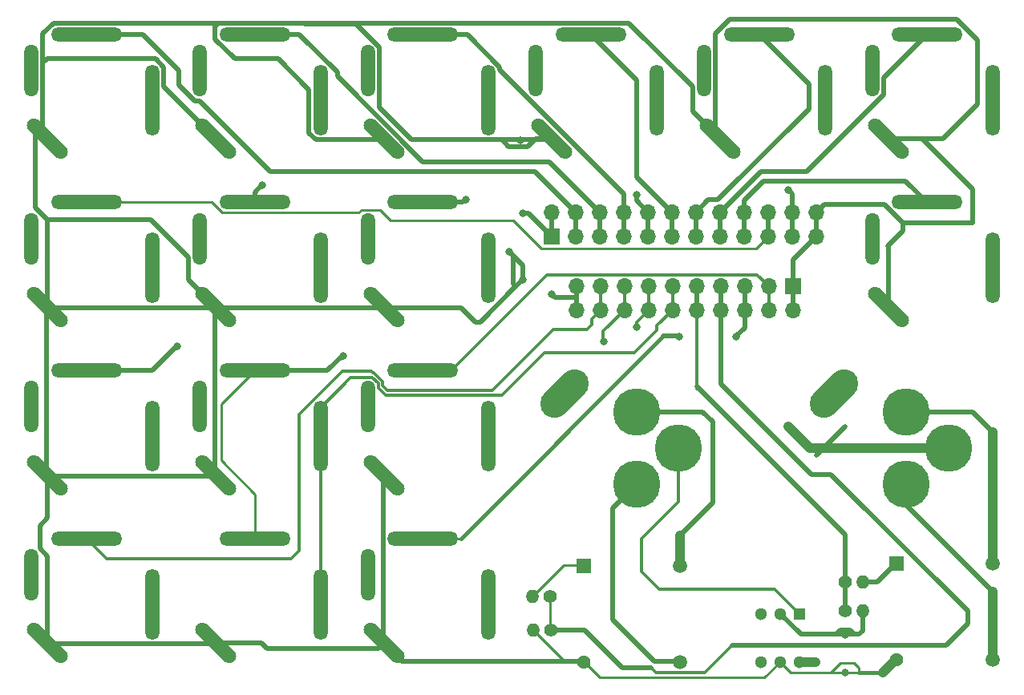
<source format=gbr>
%TF.GenerationSoftware,KiCad,Pcbnew,(6.0.6)*%
%TF.CreationDate,2022-09-20T12:49:51+02:00*%
%TF.ProjectId,Ausgangsstufe,41757367-616e-4677-9373-747566652e6b,rev?*%
%TF.SameCoordinates,Original*%
%TF.FileFunction,Copper,L2,Bot*%
%TF.FilePolarity,Positive*%
%FSLAX46Y46*%
G04 Gerber Fmt 4.6, Leading zero omitted, Abs format (unit mm)*
G04 Created by KiCad (PCBNEW (6.0.6)) date 2022-09-20 12:49:51*
%MOMM*%
%LPD*%
G01*
G04 APERTURE LIST*
G04 Aperture macros list*
%AMHorizOval*
0 Thick line with rounded ends*
0 $1 width*
0 $2 $3 position (X,Y) of the first rounded end (center of the circle)*
0 $4 $5 position (X,Y) of the second rounded end (center of the circle)*
0 Add line between two ends*
20,1,$1,$2,$3,$4,$5,0*
0 Add two circle primitives to create the rounded ends*
1,1,$1,$2,$3*
1,1,$1,$4,$5*%
G04 Aperture macros list end*
%TA.AperFunction,ComponentPad*%
%ADD10C,1.400000*%
%TD*%
%TA.AperFunction,ComponentPad*%
%ADD11O,1.400000X1.400000*%
%TD*%
%TA.AperFunction,ComponentPad*%
%ADD12HorizOval,3.000000X-1.060660X-1.060660X1.060660X1.060660X0*%
%TD*%
%TA.AperFunction,ComponentPad*%
%ADD13C,5.000000*%
%TD*%
%TA.AperFunction,ComponentPad*%
%ADD14HorizOval,1.500000X-1.414214X1.414214X1.414214X-1.414214X0*%
%TD*%
%TA.AperFunction,ComponentPad*%
%ADD15O,1.500000X7.500000*%
%TD*%
%TA.AperFunction,ComponentPad*%
%ADD16O,7.500000X1.500000*%
%TD*%
%TA.AperFunction,ComponentPad*%
%ADD17O,1.500000X5.500000*%
%TD*%
%TA.AperFunction,ComponentPad*%
%ADD18R,1.300000X1.300000*%
%TD*%
%TA.AperFunction,ComponentPad*%
%ADD19C,1.300000*%
%TD*%
%TA.AperFunction,ComponentPad*%
%ADD20R,1.700000X1.700000*%
%TD*%
%TA.AperFunction,ComponentPad*%
%ADD21O,1.700000X1.700000*%
%TD*%
%TA.AperFunction,ComponentPad*%
%ADD22R,1.520000X1.520000*%
%TD*%
%TA.AperFunction,ComponentPad*%
%ADD23C,1.436840*%
%TD*%
%TA.AperFunction,ComponentPad*%
%ADD24C,1.520000*%
%TD*%
%TA.AperFunction,ViaPad*%
%ADD25C,0.800000*%
%TD*%
%TA.AperFunction,Conductor*%
%ADD26C,0.300000*%
%TD*%
%TA.AperFunction,Conductor*%
%ADD27C,0.500000*%
%TD*%
%TA.AperFunction,Conductor*%
%ADD28C,0.250000*%
%TD*%
%TA.AperFunction,Conductor*%
%ADD29C,1.000000*%
%TD*%
%TA.AperFunction,Conductor*%
%ADD30C,0.400000*%
%TD*%
G04 APERTURE END LIST*
D10*
%TO.P,R404,1*%
%TO.N,Main L*%
X208738500Y-80500000D03*
D11*
%TO.P,R404,2*%
%TO.N,Net-(R404-Pad2)*%
X210638500Y-80500000D03*
%TD*%
D10*
%TO.P,R403,1*%
%TO.N,Main R*%
X177643500Y-82000000D03*
D11*
%TO.P,R403,2*%
%TO.N,Net-(R403-Pad2)*%
X175743500Y-82000000D03*
%TD*%
D10*
%TO.P,R402,1*%
%TO.N,Main L*%
X208738500Y-83500000D03*
D11*
%TO.P,R402,2*%
%TO.N,GND*%
X210638500Y-83500000D03*
%TD*%
D10*
%TO.P,R401,1*%
%TO.N,Main R*%
X177738500Y-85500000D03*
D11*
%TO.P,R401,2*%
%TO.N,GND*%
X175838500Y-85500000D03*
%TD*%
D12*
%TO.P,J414,*%
%TO.N,*%
X207618500Y-60595000D03*
D13*
%TO.P,J414,1*%
%TO.N,Net-(J414-Pad1)*%
X215238500Y-70120000D03*
%TO.P,J414,2*%
%TO.N,Net-(J414-Pad2)*%
X215238500Y-62500000D03*
%TO.P,J414,3*%
%TO.N,Net-(J414-Pad3)*%
X219688500Y-66310000D03*
%TD*%
D14*
%TO.P,J420,1*%
%TO.N,GND*%
X124568500Y-86920000D03*
D15*
%TO.P,J420,3*%
%TO.N,N/C*%
X135618500Y-82810000D03*
D16*
%TO.P,J420,4*%
%TO.N,Rec L*%
X128678500Y-75870000D03*
D17*
%TO.P,J420,5*%
%TO.N,N/C*%
X122858500Y-79710000D03*
%TD*%
D14*
%TO.P,J405,1*%
%TO.N,GND*%
X160068500Y-51420000D03*
D15*
%TO.P,J405,3*%
%TO.N,N/C*%
X171118500Y-47310000D03*
D16*
%TO.P,J405,4*%
%TO.N,CH4*%
X164178500Y-40370000D03*
D17*
%TO.P,J405,5*%
%TO.N,N/C*%
X158358500Y-44210000D03*
%TD*%
D14*
%TO.P,J415,1*%
%TO.N,GND*%
X160068500Y-69170000D03*
D15*
%TO.P,J415,3*%
%TO.N,N/C*%
X171118500Y-65060000D03*
D16*
%TO.P,J415,4*%
%TO.N,Klinke R *%
X164178500Y-58120000D03*
D17*
%TO.P,J415,5*%
%TO.N,N/C*%
X158358500Y-61960000D03*
%TD*%
D14*
%TO.P,J408,1*%
%TO.N,GND*%
X213318500Y-33670000D03*
D15*
%TO.P,J408,3*%
%TO.N,N/C*%
X224368500Y-29560000D03*
D16*
%TO.P,J408,4*%
%TO.N,CH7*%
X217428500Y-22620000D03*
D17*
%TO.P,J408,5*%
%TO.N,N/C*%
X211608500Y-26460000D03*
%TD*%
D14*
%TO.P,J417,1*%
%TO.N,GND*%
X124568500Y-69170000D03*
D15*
%TO.P,J417,3*%
%TO.N,N/C*%
X135618500Y-65060000D03*
D16*
%TO.P,J417,4*%
%TO.N,Rec R*%
X128678500Y-58120000D03*
D17*
%TO.P,J417,5*%
%TO.N,N/C*%
X122858500Y-61960000D03*
%TD*%
D14*
%TO.P,J409,1*%
%TO.N,GND*%
X213318500Y-51420000D03*
D15*
%TO.P,J409,3*%
%TO.N,N/C*%
X224368500Y-47310000D03*
D16*
%TO.P,J409,4*%
%TO.N,CH8*%
X217428500Y-40370000D03*
D17*
%TO.P,J409,5*%
%TO.N,N/C*%
X211608500Y-44210000D03*
%TD*%
D14*
%TO.P,J419,1*%
%TO.N,GND*%
X142318500Y-86920000D03*
D15*
%TO.P,J419,3*%
%TO.N,Kopfh\u00F6rer L*%
X153368500Y-82810000D03*
D16*
%TO.P,J419,4*%
%TO.N,Kopfh\u00F6rer R*%
X146428500Y-75870000D03*
%TD*%
D14*
%TO.P,J403,1*%
%TO.N,GND*%
X142318500Y-33670000D03*
D15*
%TO.P,J403,3*%
%TO.N,N/C*%
X153368500Y-29560000D03*
D16*
%TO.P,J403,4*%
%TO.N,CH2*%
X146428500Y-22620000D03*
D17*
%TO.P,J403,5*%
%TO.N,N/C*%
X140608500Y-26460000D03*
%TD*%
D14*
%TO.P,J404,1*%
%TO.N,GND*%
X160068500Y-33670000D03*
D15*
%TO.P,J404,3*%
%TO.N,N/C*%
X171118500Y-29560000D03*
D16*
%TO.P,J404,4*%
%TO.N,CH3*%
X164178500Y-22620000D03*
D17*
%TO.P,J404,5*%
%TO.N,N/C*%
X158358500Y-26460000D03*
%TD*%
D14*
%TO.P,J416,1*%
%TO.N,GND*%
X160068500Y-86920000D03*
D15*
%TO.P,J416,3*%
%TO.N,N/C*%
X171118500Y-82810000D03*
D16*
%TO.P,J416,4*%
%TO.N,Klinke L*%
X164178500Y-75870000D03*
D17*
%TO.P,J416,5*%
%TO.N,N/C*%
X158358500Y-79710000D03*
%TD*%
D14*
%TO.P,J418,1*%
%TO.N,GND*%
X142318500Y-69170000D03*
D15*
%TO.P,J418,3*%
%TO.N,Kopfh\u00F6rer L*%
X153368500Y-65060000D03*
D16*
%TO.P,J418,4*%
%TO.N,Kopfh\u00F6rer R*%
X146428500Y-58120000D03*
D17*
%TO.P,J418,5*%
%TO.N,N/C*%
X140608500Y-61960000D03*
%TD*%
D14*
%TO.P,J407,1*%
%TO.N,GND*%
X195568500Y-33670000D03*
D15*
%TO.P,J407,3*%
%TO.N,N/C*%
X206618500Y-29560000D03*
D16*
%TO.P,J407,4*%
%TO.N,CH6*%
X199678500Y-22620000D03*
D17*
%TO.P,J407,5*%
%TO.N,N/C*%
X193858500Y-26460000D03*
%TD*%
D14*
%TO.P,J411,1*%
%TO.N,GND*%
X142318500Y-51420000D03*
D15*
%TO.P,J411,3*%
%TO.N,N/C*%
X153368500Y-47310000D03*
D16*
%TO.P,J411,4*%
%TO.N,CH10*%
X146428500Y-40370000D03*
D17*
%TO.P,J411,5*%
%TO.N,N/C*%
X140608500Y-44210000D03*
%TD*%
D18*
%TO.P,SW401,1,A*%
%TO.N,Net-(J413-Pad3)*%
X203918500Y-83820000D03*
D19*
%TO.P,SW401,2,B*%
%TO.N,GND*%
X201926500Y-83820000D03*
%TO.P,SW401,3,C*%
%TO.N,unconnected-(SW401-Pad3)*%
X199854500Y-83820000D03*
%TO.P,SW401,4,A*%
%TO.N,Net-(J414-Pad3)*%
X203918500Y-88900000D03*
%TO.P,SW401,5,B*%
%TO.N,GND*%
X201886500Y-88900000D03*
%TO.P,SW401,6,C*%
%TO.N,unconnected-(SW401-Pad6)*%
X199854500Y-88900000D03*
%TD*%
D12*
%TO.P,J413,*%
%TO.N,*%
X179118500Y-60595000D03*
D13*
%TO.P,J413,1*%
%TO.N,Net-(J413-Pad1)*%
X186738500Y-70120000D03*
%TO.P,J413,2*%
%TO.N,Net-(J413-Pad2)*%
X186738500Y-62500000D03*
%TO.P,J413,3*%
%TO.N,Net-(J413-Pad3)*%
X191188500Y-66310000D03*
%TD*%
D14*
%TO.P,J406,1*%
%TO.N,GND*%
X177818500Y-33670000D03*
D15*
%TO.P,J406,3*%
%TO.N,N/C*%
X188868500Y-29560000D03*
D16*
%TO.P,J406,4*%
%TO.N,CH5*%
X181928500Y-22620000D03*
D17*
%TO.P,J406,5*%
%TO.N,N/C*%
X176108500Y-26460000D03*
%TD*%
D14*
%TO.P,J402,1*%
%TO.N,GND*%
X124568500Y-33670000D03*
D15*
%TO.P,J402,3*%
%TO.N,N/C*%
X135618500Y-29560000D03*
D16*
%TO.P,J402,4*%
%TO.N,CH1*%
X128678500Y-22620000D03*
D17*
%TO.P,J402,5*%
%TO.N,N/C*%
X122858500Y-26460000D03*
%TD*%
D14*
%TO.P,J410,1*%
%TO.N,GND*%
X124568500Y-51420000D03*
D15*
%TO.P,J410,3*%
%TO.N,N/C*%
X135618500Y-47310000D03*
D16*
%TO.P,J410,4*%
%TO.N,CH9*%
X128678500Y-40370000D03*
D17*
%TO.P,J410,5*%
%TO.N,N/C*%
X122858500Y-44210000D03*
%TD*%
D20*
%TO.P,J412,1,Pin_1*%
%TO.N,GND*%
X203250000Y-49250000D03*
D21*
%TO.P,J412,2,Pin_2*%
X203250000Y-51790000D03*
%TO.P,J412,3,Pin_3*%
%TO.N,Klinke R *%
X200710000Y-49250000D03*
%TO.P,J412,4,Pin_4*%
X200710000Y-51790000D03*
%TO.P,J412,5,Pin_5*%
%TO.N,Klinke L*%
X198170000Y-49250000D03*
%TO.P,J412,6,Pin_6*%
X198170000Y-51790000D03*
%TO.P,J412,7,Pin_7*%
%TO.N,Main R*%
X195630000Y-49250000D03*
%TO.P,J412,8,Pin_8*%
X195630000Y-51790000D03*
%TO.P,J412,9,Pin_9*%
%TO.N,Main L*%
X193090000Y-49250000D03*
%TO.P,J412,10,Pin_10*%
X193090000Y-51790000D03*
%TO.P,J412,11,Pin_11*%
%TO.N,Kopfh\u00F6rer L*%
X190550000Y-49250000D03*
%TO.P,J412,12,Pin_12*%
X190550000Y-51790000D03*
%TO.P,J412,13,Pin_13*%
%TO.N,Kopfh\u00F6rer R*%
X188010000Y-49250000D03*
%TO.P,J412,14,Pin_14*%
X188010000Y-51790000D03*
%TO.P,J412,15,Pin_15*%
%TO.N,Rec R*%
X185470000Y-49250000D03*
%TO.P,J412,16,Pin_16*%
X185470000Y-51790000D03*
%TO.P,J412,17,Pin_17*%
%TO.N,Rec L*%
X182930000Y-49250000D03*
%TO.P,J412,18,Pin_18*%
X182930000Y-51790000D03*
%TO.P,J412,19,Pin_19*%
%TO.N,GND*%
X180390000Y-49250000D03*
%TO.P,J412,20,Pin_20*%
X180390000Y-51790000D03*
%TD*%
D22*
%TO.P,T104,1,AA*%
%TO.N,Net-(R403-Pad2)*%
X181192500Y-78735000D03*
D23*
%TO.P,T104,2,AB*%
%TO.N,GND*%
X181192500Y-88895000D03*
D24*
%TO.P,T104,3,SB*%
%TO.N,Net-(J413-Pad2)*%
X191352500Y-78735000D03*
%TO.P,T104,5,SA*%
%TO.N,Net-(J413-Pad1)*%
X191352500Y-88895000D03*
%TD*%
D22*
%TO.P,T402,1,AA*%
%TO.N,Net-(R404-Pad2)*%
X214202500Y-78495000D03*
D23*
%TO.P,T402,2,AB*%
%TO.N,GND*%
X214202500Y-88655000D03*
D24*
%TO.P,T402,3,SB*%
%TO.N,Net-(J414-Pad2)*%
X224362500Y-78495000D03*
%TO.P,T402,5,SA*%
%TO.N,Net-(J414-Pad1)*%
X224362500Y-88655000D03*
%TD*%
D20*
%TO.P,J401,1,Pin_1*%
%TO.N,GND*%
X177805000Y-44005000D03*
D21*
%TO.P,J401,2,Pin_2*%
X177805000Y-41465000D03*
%TO.P,J401,3,Pin_3*%
%TO.N,CH1*%
X180345000Y-44005000D03*
%TO.P,J401,4,Pin_4*%
X180345000Y-41465000D03*
%TO.P,J401,5,Pin_5*%
%TO.N,CH2*%
X182885000Y-44005000D03*
%TO.P,J401,6,Pin_6*%
X182885000Y-41465000D03*
%TO.P,J401,7,Pin_7*%
%TO.N,CH3*%
X185425000Y-44005000D03*
%TO.P,J401,8,Pin_8*%
X185425000Y-41465000D03*
%TO.P,J401,9,Pin_9*%
%TO.N,CH4*%
X187965000Y-44005000D03*
%TO.P,J401,10,Pin_10*%
X187965000Y-41465000D03*
%TO.P,J401,11,Pin_11*%
%TO.N,CH5*%
X190505000Y-44005000D03*
%TO.P,J401,12,Pin_12*%
X190505000Y-41465000D03*
%TO.P,J401,13,Pin_13*%
%TO.N,CH6*%
X193045000Y-44005000D03*
%TO.P,J401,14,Pin_14*%
X193045000Y-41465000D03*
%TO.P,J401,15,Pin_15*%
%TO.N,CH7*%
X195585000Y-44005000D03*
%TO.P,J401,16,Pin_16*%
X195585000Y-41465000D03*
%TO.P,J401,17,Pin_17*%
%TO.N,CH8*%
X198125000Y-44005000D03*
%TO.P,J401,18,Pin_18*%
X198125000Y-41465000D03*
%TO.P,J401,19,Pin_19*%
%TO.N,CH9*%
X200665000Y-44005000D03*
%TO.P,J401,20,Pin_20*%
X200665000Y-41465000D03*
%TO.P,J401,21,Pin_21*%
%TO.N,CH10*%
X203205000Y-44005000D03*
%TO.P,J401,22,Pin_22*%
X203205000Y-41465000D03*
%TO.P,J401,23,Pin_23*%
%TO.N,GND*%
X205745000Y-44005000D03*
%TO.P,J401,24,Pin_24*%
X205745000Y-41465000D03*
%TD*%
D25*
%TO.N,GND*%
X174755000Y-48555000D03*
X173255000Y-45555000D03*
X174515000Y-33815000D03*
X177755000Y-50055000D03*
X174755000Y-41555000D03*
%TO.N,Net-(J414-Pad3)*%
X202755000Y-64055000D03*
X205755000Y-88955000D03*
%TO.N,GND*%
X208755000Y-90055000D03*
X208755000Y-86055000D03*
%TO.N,Kopfh\u00F6rer R*%
X155755000Y-56555000D03*
%TO.N,Rec R*%
X138255000Y-55555000D03*
X183255000Y-55055000D03*
%TO.N,Kopfh\u00F6rer R*%
X186755000Y-53555000D03*
%TO.N,Klinke L*%
X197255000Y-54555000D03*
X191255000Y-54555000D03*
%TO.N,CH4*%
X168755000Y-40055000D03*
X186755000Y-39555000D03*
%TO.N,CH10*%
X202755000Y-39055000D03*
X147255000Y-38555000D03*
%TD*%
D26*
%TO.N,Kopfh\u00F6rer L*%
X190533500Y-49195000D02*
X190533500Y-51735000D01*
X190533500Y-51735000D02*
X188893467Y-53375033D01*
X188893467Y-53375033D02*
X188893467Y-53845033D01*
X186488500Y-56250000D02*
X176988500Y-56250000D01*
X176988500Y-56250000D02*
X172540500Y-60698000D01*
X159458500Y-59504365D02*
X158814135Y-58860000D01*
X158814135Y-58860000D02*
X156568500Y-58860000D01*
X188893467Y-53845033D02*
X186488500Y-56250000D01*
X172540500Y-60698000D02*
X160222500Y-60698000D01*
X160222500Y-60698000D02*
X159458500Y-59934000D01*
X159458500Y-59934000D02*
X159458500Y-59504365D01*
X156568500Y-58860000D02*
X153368500Y-62060000D01*
X153368500Y-62060000D02*
X153368500Y-65060000D01*
D27*
%TO.N,CH5*%
X181928500Y-22620000D02*
X186750000Y-27441500D01*
X186750000Y-27441500D02*
X186750000Y-37671500D01*
X190488500Y-41410000D02*
X190488500Y-43950000D01*
X186750000Y-37671500D02*
X190488500Y-41410000D01*
D28*
%TO.N,CH9*%
X128678500Y-40370000D02*
X141908220Y-40370000D01*
X160750000Y-42250000D02*
X173738500Y-42250000D01*
X141908220Y-40370000D02*
X142983220Y-41445000D01*
X142983220Y-41445000D02*
X157393500Y-41445000D01*
X176700500Y-45212000D02*
X199386500Y-45212000D01*
X157393500Y-41445000D02*
X157703500Y-41135000D01*
X157703500Y-41135000D02*
X159635000Y-41135000D01*
X159635000Y-41135000D02*
X160750000Y-42250000D01*
X173738500Y-42250000D02*
X176700500Y-45212000D01*
X199386500Y-45212000D02*
X200648500Y-43950000D01*
D27*
%TO.N,GND*%
X214861444Y-43377056D02*
X213238500Y-45000000D01*
X213318500Y-45080000D02*
X213318500Y-51420000D01*
X214861444Y-42500000D02*
X214861444Y-43377056D01*
X213238500Y-45000000D02*
X213318500Y-45080000D01*
X213318500Y-33670000D02*
X216908500Y-33670000D01*
X222238500Y-39000000D02*
X222238500Y-42500000D01*
X214861444Y-42500000D02*
X212921444Y-40560000D01*
X216908500Y-33670000D02*
X222238500Y-39000000D01*
X222238500Y-42500000D02*
X214861444Y-42500000D01*
X212921444Y-40560000D02*
X206578500Y-40560000D01*
X206578500Y-40560000D02*
X205728500Y-41410000D01*
X173738500Y-46000000D02*
X173238500Y-45500000D01*
X174738500Y-47000000D02*
X173738500Y-46000000D01*
X173738500Y-46000000D02*
X173738500Y-49000000D01*
X170238500Y-53000000D02*
X173988500Y-49250000D01*
X173988500Y-49250000D02*
X174738500Y-48500000D01*
X173738500Y-49000000D02*
X173988500Y-49250000D01*
X174738500Y-48500000D02*
X174738500Y-47000000D01*
X168248500Y-51510000D02*
X169738500Y-53000000D01*
X160158500Y-51510000D02*
X168248500Y-51510000D01*
X160068500Y-51420000D02*
X160158500Y-51510000D01*
X169738500Y-53000000D02*
X170238500Y-53000000D01*
X175238500Y-34500000D02*
X173238500Y-34500000D01*
X174498500Y-33760000D02*
X172498500Y-33760000D01*
X177818500Y-33670000D02*
X176068500Y-33670000D01*
X176068500Y-33670000D02*
X175238500Y-34500000D01*
X172498500Y-33760000D02*
X162955556Y-33760000D01*
X173238500Y-34500000D02*
X172498500Y-33760000D01*
X175338500Y-41500000D02*
X174738500Y-41500000D01*
X177788500Y-43950000D02*
X175338500Y-41500000D01*
X203233500Y-49195000D02*
X203233500Y-46445000D01*
X203233500Y-46445000D02*
X205728500Y-43950000D01*
X178103500Y-50365000D02*
X177738500Y-50000000D01*
X180373500Y-50365000D02*
X178103500Y-50365000D01*
X180373500Y-51735000D02*
X180373500Y-50365000D01*
X180373500Y-50365000D02*
X180373500Y-49195000D01*
X177788500Y-43950000D02*
X177788500Y-41410000D01*
%TO.N,Net-(J414-Pad3)*%
X205755000Y-67055000D02*
X208755000Y-64055000D01*
D29*
X219688500Y-66310000D02*
X205048500Y-66310000D01*
X205048500Y-66310000D02*
X202738500Y-64000000D01*
X203918500Y-88900000D02*
X205638500Y-88900000D01*
D28*
%TO.N,GND*%
X207238500Y-90000000D02*
X202986500Y-90000000D01*
X202986500Y-90000000D02*
X201886500Y-88900000D01*
D27*
X207738500Y-86000000D02*
X208238500Y-85500000D01*
X209238500Y-85500000D02*
X209738500Y-86000000D01*
X204106500Y-86000000D02*
X207738500Y-86000000D01*
X208238500Y-85500000D02*
X209238500Y-85500000D01*
X207738500Y-86000000D02*
X208738500Y-86000000D01*
X208738500Y-86000000D02*
X209738500Y-86000000D01*
X209738500Y-86000000D02*
X210238500Y-86000000D01*
D28*
X208238500Y-89000000D02*
X209738500Y-89000000D01*
X207238500Y-90000000D02*
X208238500Y-89000000D01*
X207238500Y-90000000D02*
X208738500Y-90000000D01*
X208738500Y-90000000D02*
X210238500Y-90000000D01*
D30*
X210238500Y-90000000D02*
X212786000Y-90000000D01*
D28*
X209738500Y-89000000D02*
X210238500Y-89500000D01*
X210238500Y-89500000D02*
X210238500Y-90000000D01*
D27*
%TO.N,Main L*%
X208738500Y-80500000D02*
X208738500Y-83500000D01*
D26*
X193073500Y-51735000D02*
X193073500Y-59835000D01*
X193073500Y-59835000D02*
X193073500Y-60021000D01*
D27*
X208738500Y-75500000D02*
X193073500Y-59835000D01*
X208738500Y-80500000D02*
X208738500Y-75500000D01*
%TO.N,Net-(R404-Pad2)*%
X210638500Y-80500000D02*
X212126000Y-80500000D01*
X212126000Y-80500000D02*
X214186000Y-78440000D01*
D29*
%TO.N,GND*%
X212786000Y-90000000D02*
X214186000Y-88600000D01*
D27*
X201926500Y-83820000D02*
X204106500Y-86000000D01*
X210238500Y-86000000D02*
X210638500Y-85600000D01*
X210638500Y-85600000D02*
X210638500Y-83500000D01*
%TO.N,Kopfh\u00F6rer R*%
X154118500Y-58120000D02*
X155738500Y-56500000D01*
X146428500Y-58120000D02*
X154118500Y-58120000D01*
D26*
%TO.N,Rec R*%
X183238500Y-53950000D02*
X183238500Y-55000000D01*
X185453500Y-51735000D02*
X183238500Y-53950000D01*
%TO.N,Kopfh\u00F6rer R*%
X187993500Y-51735000D02*
X186738500Y-52990000D01*
X186738500Y-52990000D02*
X186738500Y-53500000D01*
D27*
%TO.N,Rec R*%
X135618500Y-58120000D02*
X138238500Y-55500000D01*
X128678500Y-58120000D02*
X135618500Y-58120000D01*
D28*
%TO.N,Kopfh\u00F6rer R*%
X146428500Y-58120000D02*
X142868499Y-61680001D01*
X142868499Y-61680001D02*
X142868499Y-67629999D01*
X142868499Y-67629999D02*
X146428500Y-71190000D01*
X146428500Y-71190000D02*
X146428500Y-75870000D01*
D27*
%TO.N,GND*%
X203233500Y-51735000D02*
X203233500Y-49195000D01*
%TO.N,Klinke L*%
X198153500Y-53585000D02*
X197238500Y-54500000D01*
X198153500Y-51735000D02*
X198153500Y-53585000D01*
D28*
X164178500Y-75870000D02*
X168178500Y-75870000D01*
D30*
X168178500Y-75870000D02*
X189548500Y-54500000D01*
D27*
X189548500Y-54500000D02*
X191238500Y-54500000D01*
%TO.N,GND*%
X160068500Y-86920000D02*
X159978500Y-86830000D01*
X159978500Y-86830000D02*
X159978500Y-69260000D01*
X159978500Y-69260000D02*
X160068500Y-69170000D01*
D28*
%TO.N,Main R*%
X177643500Y-82000000D02*
X177643500Y-85405000D01*
X177643500Y-85405000D02*
X177738500Y-85500000D01*
%TO.N,Net-(R403-Pad2)*%
X175743500Y-82000000D02*
X179063500Y-78680000D01*
X179063500Y-78680000D02*
X181176000Y-78680000D01*
%TO.N,GND*%
X181176000Y-88840000D02*
X179178500Y-88840000D01*
X179178500Y-88840000D02*
X175838500Y-85500000D01*
X201886500Y-88900000D02*
X200261500Y-90525000D01*
X200261500Y-90525000D02*
X182861000Y-90525000D01*
X182861000Y-90525000D02*
X181176000Y-88840000D01*
D27*
%TO.N,Main R*%
X195613500Y-51735000D02*
X195613500Y-59513000D01*
X181238500Y-85500000D02*
X177738500Y-85500000D01*
X195613500Y-59513000D02*
X205188500Y-69088000D01*
X188278551Y-89500000D02*
X185238500Y-89500000D01*
X185238500Y-89500000D02*
X181238500Y-85500000D01*
X205188500Y-69088000D02*
X207254000Y-69088000D01*
X207254000Y-69088000D02*
X221698500Y-83532500D01*
X221698500Y-83532500D02*
X221698500Y-84836000D01*
X221698500Y-84836000D02*
X219412500Y-87122000D01*
X219412500Y-87122000D02*
X196853500Y-87122000D01*
D26*
X196853500Y-87122000D02*
X193925500Y-90050000D01*
X193925500Y-90050000D02*
X188828551Y-90050000D01*
X188828551Y-90050000D02*
X188278551Y-89500000D01*
D27*
%TO.N,GND*%
X177818500Y-33670000D02*
X177728500Y-33760000D01*
X142318500Y-86920000D02*
X142228500Y-87010000D01*
X159978500Y-51510000D02*
X142408500Y-51510000D01*
X124658500Y-87010000D02*
X124568500Y-86920000D01*
X213318500Y-33670000D02*
X219068500Y-33670000D01*
X196601444Y-21000000D02*
X195058500Y-22542944D01*
X123738500Y-76892944D02*
X123738500Y-74500000D01*
X192658500Y-28160000D02*
X185918500Y-21420000D01*
X159978500Y-33760000D02*
X160068500Y-33670000D01*
X151658500Y-21420000D02*
X125181444Y-21420000D01*
X144316443Y-25204999D02*
X148898502Y-25204999D01*
X125181444Y-21420000D02*
X124058500Y-22542944D01*
X157095556Y-21500000D02*
X151738500Y-21500000D01*
X220505556Y-21000000D02*
X196601444Y-21000000D01*
X142228500Y-51510000D02*
X124658500Y-51510000D01*
X147158500Y-86920000D02*
X147738500Y-87500000D01*
X124478500Y-69080000D02*
X124568500Y-69170000D01*
X124658500Y-51510000D02*
X124568500Y-51420000D01*
X160068500Y-86920000D02*
X161988500Y-88840000D01*
X123238500Y-40892944D02*
X123238500Y-33000000D01*
X124478500Y-51510000D02*
X124478500Y-69080000D01*
X124568500Y-77722944D02*
X123738500Y-76892944D01*
X124568500Y-69170000D02*
X124658500Y-69260000D01*
X139408500Y-46170000D02*
X135461444Y-42222944D01*
X152168500Y-33057056D02*
X152871444Y-33760000D01*
X177728500Y-33760000D02*
X174498500Y-33760000D01*
X124568500Y-51420000D02*
X124568500Y-42222944D01*
X205728500Y-41410000D02*
X205728500Y-43950000D01*
X142228500Y-51510000D02*
X142318500Y-51420000D01*
X136818500Y-28170000D02*
X136818500Y-26062944D01*
X142318500Y-51420000D02*
X139408500Y-48510000D01*
X152168500Y-28474997D02*
X152168500Y-33057056D01*
X142228500Y-23117056D02*
X144316443Y-25204999D01*
X147738500Y-87500000D02*
X159488500Y-87500000D01*
X142318500Y-86920000D02*
X147158500Y-86920000D01*
X135461444Y-42222944D02*
X124568500Y-42222944D01*
X124513499Y-25180000D02*
X124238500Y-25454999D01*
X142228500Y-69260000D02*
X142318500Y-69170000D01*
X136818500Y-26062944D02*
X135935556Y-25180000D01*
X162955556Y-33760000D02*
X159558500Y-30362944D01*
X142228500Y-69080000D02*
X142228500Y-51510000D01*
X142318500Y-33670000D02*
X136818500Y-28170000D01*
X123738500Y-74500000D02*
X124568500Y-73670000D01*
X195058500Y-33160000D02*
X195568500Y-33670000D01*
X124058500Y-33160000D02*
X124568500Y-33670000D01*
X124568500Y-86920000D02*
X124568500Y-77722944D01*
X222738500Y-30000000D02*
X222738500Y-23232944D01*
X159558500Y-23962944D02*
X157095556Y-21500000D01*
X124568500Y-73670000D02*
X124568500Y-69170000D01*
X148898502Y-25204999D02*
X152168500Y-28474997D01*
X142228500Y-21770000D02*
X142228500Y-23117056D01*
X222738500Y-23232944D02*
X220505556Y-21000000D01*
X139408500Y-48510000D02*
X139408500Y-46170000D01*
X195568500Y-33670000D02*
X192658500Y-30760000D01*
X142408500Y-51510000D02*
X142318500Y-51420000D01*
X152871444Y-33760000D02*
X159978500Y-33760000D01*
X159558500Y-30362944D02*
X159558500Y-23962944D01*
X142318500Y-69170000D02*
X142228500Y-69080000D01*
X124568500Y-42222944D02*
X123238500Y-40892944D01*
X124568500Y-51420000D02*
X124478500Y-51510000D01*
X192658500Y-30760000D02*
X192658500Y-28160000D01*
X124058500Y-22542944D02*
X124058500Y-33160000D01*
X159488500Y-87500000D02*
X160068500Y-86920000D01*
X151738500Y-21500000D02*
X151658500Y-21420000D01*
X142578500Y-21420000D02*
X142228500Y-21770000D01*
X142228500Y-87010000D02*
X124658500Y-87010000D01*
X124658500Y-69260000D02*
X142228500Y-69260000D01*
X160068500Y-51420000D02*
X159978500Y-51510000D01*
X219068500Y-33670000D02*
X222738500Y-30000000D01*
X135935556Y-25180000D02*
X124513499Y-25180000D01*
X161988500Y-88840000D02*
X181176000Y-88840000D01*
X185918500Y-21420000D02*
X142578500Y-21420000D01*
X195058500Y-22542944D02*
X195058500Y-33160000D01*
%TO.N,CH1*%
X148040972Y-37084000D02*
X176002500Y-37084000D01*
X140616972Y-29660000D02*
X148040972Y-37084000D01*
X140111444Y-29660000D02*
X140616972Y-29660000D01*
X176002500Y-37084000D02*
X180328500Y-41410000D01*
X180328500Y-43950000D02*
X180328500Y-41410000D01*
X138386500Y-27935056D02*
X140111444Y-29660000D01*
X128678500Y-22620000D02*
X134590500Y-22620000D01*
X134590500Y-22620000D02*
X138386500Y-26416000D01*
X138386500Y-26416000D02*
X138386500Y-27935056D01*
%TO.N,CH2*%
X155150500Y-26644944D02*
X155150500Y-27054944D01*
X164163556Y-36068000D02*
X177526500Y-36068000D01*
X155150500Y-27054944D02*
X164163556Y-36068000D01*
X151125556Y-22620000D02*
X155150500Y-26644944D01*
X177526500Y-36068000D02*
X182868500Y-41410000D01*
X182868500Y-43950000D02*
X182868500Y-41410000D01*
X146428500Y-22620000D02*
X151125556Y-22620000D01*
%TO.N,CH3*%
X172318500Y-26367056D02*
X185408500Y-39457056D01*
X164178500Y-22620000D02*
X168875556Y-22620000D01*
X185408500Y-43950000D02*
X185408500Y-41410000D01*
X185408500Y-39457056D02*
X185408500Y-41410000D01*
X168875556Y-22620000D02*
X172318500Y-26062944D01*
X172318500Y-26062944D02*
X172318500Y-26367056D01*
%TO.N,CH4*%
X168368500Y-40370000D02*
X168738500Y-40000000D01*
X164178500Y-40370000D02*
X168368500Y-40370000D01*
X186738500Y-40200000D02*
X187948500Y-41410000D01*
X186738500Y-39500000D02*
X186738500Y-40200000D01*
X187948500Y-43950000D02*
X187948500Y-41410000D01*
%TO.N,CH6*%
X204934500Y-27876000D02*
X204934500Y-30480000D01*
X195304500Y-40110000D02*
X194328500Y-40110000D01*
X194328500Y-40110000D02*
X193028500Y-41410000D01*
X199678500Y-22620000D02*
X204934500Y-27876000D01*
X204934500Y-30480000D02*
X195304500Y-40110000D01*
X193028500Y-43950000D02*
X193028500Y-41410000D01*
%TO.N,CH7*%
X204681556Y-37084000D02*
X199894500Y-37084000D01*
X199894500Y-37084000D02*
X195568500Y-41410000D01*
X212808500Y-27240000D02*
X212808500Y-28957056D01*
X212808500Y-28957056D02*
X204681556Y-37084000D01*
X217428500Y-22620000D02*
X212808500Y-27240000D01*
X195568500Y-43950000D02*
X195568500Y-41410000D01*
%TO.N,CH8*%
X198108500Y-43950000D02*
X198108500Y-41410000D01*
X200138500Y-38100000D02*
X198108500Y-40130000D01*
X198108500Y-40130000D02*
X198108500Y-41410000D01*
X215158500Y-38100000D02*
X200138500Y-38100000D01*
X217428500Y-40370000D02*
X215158500Y-38100000D01*
%TO.N,CH9*%
X200648500Y-41410000D02*
X200648500Y-43950000D01*
%TO.N,CH10*%
X203188500Y-41410000D02*
X203188500Y-39450000D01*
X146428500Y-40370000D02*
X146428500Y-39310000D01*
X146428500Y-39310000D02*
X147238500Y-38500000D01*
X203188500Y-41410000D02*
X203188500Y-43950000D01*
X203188500Y-39450000D02*
X202738500Y-39000000D01*
D26*
%TO.N,Klinke R *%
X200693500Y-49195000D02*
X200693500Y-51735000D01*
X177303500Y-47995000D02*
X199493500Y-47995000D01*
X164178500Y-58120000D02*
X167178500Y-58120000D01*
X199493500Y-47995000D02*
X200693500Y-49195000D01*
X167178500Y-58120000D02*
X177303500Y-47995000D01*
D27*
%TO.N,Klinke L*%
X198153500Y-49195000D02*
X198153500Y-51735000D01*
%TO.N,Main R*%
X195613500Y-49195000D02*
X195613500Y-51735000D01*
%TO.N,Main L*%
X193073500Y-49195000D02*
X193073500Y-51735000D01*
D26*
%TO.N,Kopfh\u00F6rer L*%
X153368500Y-65060000D02*
X153368500Y-82810000D01*
%TO.N,Kopfh\u00F6rer R*%
X187993500Y-51735000D02*
X187993500Y-49195000D01*
%TO.N,Rec R*%
X185453500Y-51735000D02*
X185453500Y-49195000D01*
%TO.N,Rec L*%
X159021241Y-58360000D02*
X158900500Y-58360000D01*
X182913500Y-51735000D02*
X181988500Y-52660000D01*
X159958500Y-59297259D02*
X159021241Y-58360000D01*
X155706865Y-58166000D02*
X151086500Y-62786365D01*
X151086500Y-62786365D02*
X151086500Y-77152000D01*
X181488500Y-53750000D02*
X177988500Y-53750000D01*
X181988500Y-53250000D02*
X181488500Y-53750000D01*
X177988500Y-53750000D02*
X171540500Y-60198000D01*
X181988500Y-52660000D02*
X181988500Y-53250000D01*
X151086500Y-77152000D02*
X150238500Y-78000000D01*
X171540500Y-60198000D02*
X160429606Y-60198000D01*
X150238500Y-78000000D02*
X130808500Y-78000000D01*
X182913500Y-51825000D02*
X182913500Y-51735000D01*
X158900500Y-58360000D02*
X158706500Y-58166000D01*
X130808500Y-78000000D02*
X128678500Y-75870000D01*
X182913500Y-49195000D02*
X182913500Y-51735000D01*
X158706500Y-58166000D02*
X155706865Y-58166000D01*
X160429606Y-60198000D02*
X159958500Y-59726894D01*
X159958500Y-59726894D02*
X159958500Y-59297259D01*
D27*
%TO.N,Net-(J413-Pad1)*%
X188608500Y-88840000D02*
X184188501Y-84420001D01*
X191336000Y-88840000D02*
X188608500Y-88840000D01*
X184188501Y-72669999D02*
X186738500Y-70120000D01*
X184188501Y-84420001D02*
X184188501Y-72669999D01*
%TO.N,Net-(J413-Pad2)*%
X191336000Y-75520500D02*
X194774500Y-72082000D01*
X193738500Y-62500000D02*
X186738500Y-62500000D01*
X194774500Y-72082000D02*
X194774500Y-63536000D01*
D29*
X191336000Y-78680000D02*
X191336000Y-75520500D01*
D27*
X194774500Y-63536000D02*
X193738500Y-62500000D01*
D26*
%TO.N,Net-(J413-Pad3)*%
X187282500Y-75881533D02*
X191188500Y-71975533D01*
X189094500Y-81188000D02*
X187282500Y-79376000D01*
X201286500Y-81188000D02*
X189094500Y-81188000D01*
X187282500Y-79376000D02*
X187282500Y-75881533D01*
X191188500Y-71975533D02*
X191188500Y-66310000D01*
X203918500Y-83820000D02*
X201286500Y-81188000D01*
D29*
%TO.N,Net-(J414-Pad1)*%
X224346000Y-81457500D02*
X224346000Y-88600000D01*
D27*
X224346000Y-81457500D02*
X215238500Y-72350000D01*
X215238500Y-72350000D02*
X215238500Y-70120000D01*
D29*
%TO.N,Net-(J414-Pad2)*%
X224346000Y-78440000D02*
X224346000Y-64607500D01*
D27*
X222238500Y-62500000D02*
X215238500Y-62500000D01*
X224346000Y-64607500D02*
X222238500Y-62500000D01*
%TD*%
M02*

</source>
